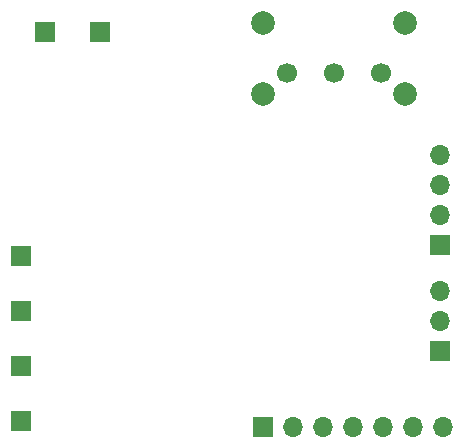
<source format=gbr>
%TF.GenerationSoftware,KiCad,Pcbnew,8.0.5*%
%TF.CreationDate,2025-02-26T14:21:13-03:00*%
%TF.ProjectId,EchoCar_PCB,4563686f-4361-4725-9f50-43422e6b6963,rev?*%
%TF.SameCoordinates,Original*%
%TF.FileFunction,Soldermask,Bot*%
%TF.FilePolarity,Negative*%
%FSLAX46Y46*%
G04 Gerber Fmt 4.6, Leading zero omitted, Abs format (unit mm)*
G04 Created by KiCad (PCBNEW 8.0.5) date 2025-02-26 14:21:13*
%MOMM*%
%LPD*%
G01*
G04 APERTURE LIST*
%ADD10R,1.700000X1.700000*%
%ADD11O,1.700000X1.700000*%
%ADD12C,2.000000*%
%ADD13C,1.700000*%
G04 APERTURE END LIST*
D10*
%TO.C,J3*%
X150000000Y-78540000D03*
D11*
X150000000Y-76000000D03*
X150000000Y-73460000D03*
%TD*%
D10*
%TO.C,J2*%
X135000000Y-85000000D03*
D11*
X137540000Y-85000000D03*
X140080000Y-85000000D03*
X142620000Y-85000000D03*
X145160000Y-85000000D03*
X147700000Y-85000000D03*
X150240000Y-85000000D03*
%TD*%
D10*
%TO.C,H4*%
X114500000Y-70500000D03*
%TD*%
D12*
%TO.C,SW1*%
X147000000Y-56750000D03*
X147000000Y-50750000D03*
X135000000Y-56750000D03*
X135000000Y-50750000D03*
D13*
X145000000Y-55000000D03*
X141000000Y-55000000D03*
X137000000Y-55000000D03*
%TD*%
D10*
%TO.C,H1*%
X114500000Y-84450000D03*
%TD*%
%TO.C,H6*%
X121150000Y-51500000D03*
%TD*%
%TO.C,H3*%
X114500000Y-75150000D03*
%TD*%
%TO.C,J1*%
X150000000Y-69540000D03*
D11*
X150000000Y-67000000D03*
X150000000Y-64460000D03*
X150000000Y-61920000D03*
%TD*%
D10*
%TO.C,H5*%
X116500000Y-51500000D03*
%TD*%
%TO.C,H2*%
X114500000Y-79800000D03*
%TD*%
M02*

</source>
